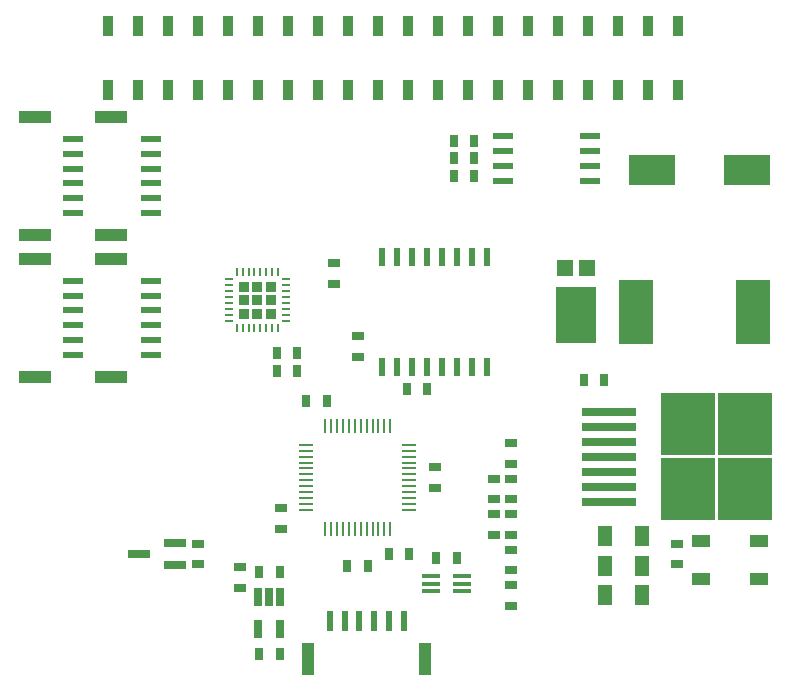
<source format=gbr>
G04 #@! TF.GenerationSoftware,KiCad,Pcbnew,5.0.0-rc2-dev-unknown-41ac458~64~ubuntu17.10.1*
G04 #@! TF.CreationDate,2018-04-19T23:44:08+03:00*
G04 #@! TF.ProjectId,obc-drone-hat,6F62632D64726F6E652D6861742E6B69,rev?*
G04 #@! TF.SameCoordinates,Original*
G04 #@! TF.FileFunction,Paste,Top*
G04 #@! TF.FilePolarity,Positive*
%FSLAX46Y46*%
G04 Gerber Fmt 4.6, Leading zero omitted, Abs format (unit mm)*
G04 Created by KiCad (PCBNEW 5.0.0-rc2-dev-unknown-41ac458~64~ubuntu17.10.1) date Thu Apr 19 23:44:08 2018*
%MOMM*%
%LPD*%
G01*
G04 APERTURE LIST*
%ADD10R,4.550000X5.250000*%
%ADD11R,4.600000X0.800000*%
%ADD12R,1.000000X0.670000*%
%ADD13R,0.670000X1.000000*%
%ADD14R,1.245000X1.800000*%
%ADD15R,4.000000X2.500000*%
%ADD16R,0.650000X1.560000*%
%ADD17R,1.750000X0.550000*%
%ADD18R,0.250000X1.300000*%
%ADD19R,1.300000X0.250000*%
%ADD20R,1.500000X0.400000*%
%ADD21R,1.500000X1.000000*%
%ADD22R,2.900000X5.400000*%
%ADD23R,1.000000X2.700000*%
%ADD24R,0.600000X1.700000*%
%ADD25R,2.800000X1.000000*%
%ADD26R,1.700000X0.600000*%
%ADD27R,1.900000X0.800000*%
%ADD28R,2.700000X1.000000*%
%ADD29R,0.920000X0.920000*%
%ADD30R,0.250000X0.700000*%
%ADD31R,0.700000X0.250000*%
%ADD32R,0.600000X1.500000*%
%ADD33R,3.360000X4.860000*%
%ADD34R,1.390000X1.400000*%
%ADD35R,0.889000X1.680000*%
G04 APERTURE END LIST*
D10*
X187450000Y-124025000D03*
X192300000Y-118475000D03*
X187450000Y-118475000D03*
X192300000Y-124025000D03*
D11*
X180725000Y-125060000D03*
X180725000Y-123790000D03*
X180725000Y-122520000D03*
X180725000Y-121250000D03*
X180725000Y-119980000D03*
X180725000Y-118710000D03*
X180725000Y-117440000D03*
D12*
X171000000Y-126125000D03*
X171000000Y-127875000D03*
X171000000Y-124875000D03*
X171000000Y-123125000D03*
D13*
X156875000Y-116500000D03*
X155125000Y-116500000D03*
D12*
X166000000Y-123875000D03*
X166000000Y-122125000D03*
X153000000Y-125625000D03*
X153000000Y-127375000D03*
D13*
X162125000Y-129500000D03*
X163875000Y-129500000D03*
D12*
X186500000Y-128625000D03*
X186500000Y-130375000D03*
D13*
X151125000Y-138000000D03*
X152875000Y-138000000D03*
X151125000Y-131000000D03*
X152875000Y-131000000D03*
X154375000Y-114000000D03*
X152625000Y-114000000D03*
X154375000Y-112500000D03*
X152625000Y-112500000D03*
D12*
X159500000Y-111025000D03*
X159500000Y-112775000D03*
D13*
X180375000Y-114750000D03*
X178625000Y-114750000D03*
D14*
X183592500Y-133000000D03*
X180407500Y-133000000D03*
X183592500Y-130500000D03*
X180407500Y-130500000D03*
X183592500Y-128000000D03*
X180407500Y-128000000D03*
D15*
X184420000Y-97000000D03*
X192420000Y-97000000D03*
D16*
X152950000Y-135850000D03*
X151050000Y-135850000D03*
X151050000Y-133150000D03*
X152000000Y-133150000D03*
X152950000Y-133150000D03*
D17*
X171800000Y-97905000D03*
X171800000Y-96635000D03*
X171800000Y-95365000D03*
X171800000Y-94095000D03*
X179200000Y-94095000D03*
X179200000Y-95365000D03*
X179200000Y-96635000D03*
X179200000Y-97905000D03*
D18*
X162250000Y-127350000D03*
X161750000Y-127350000D03*
X161250000Y-127350000D03*
X160750000Y-127350000D03*
X160250000Y-127350000D03*
X159750000Y-127350000D03*
X159250000Y-127350000D03*
X158750000Y-127350000D03*
X158250000Y-127350000D03*
X157750000Y-127350000D03*
X157250000Y-127350000D03*
X156750000Y-127350000D03*
D19*
X155150000Y-125750000D03*
X155150000Y-125250000D03*
X155150000Y-124750000D03*
X155150000Y-124250000D03*
X155150000Y-123750000D03*
X155150000Y-123250000D03*
X155150000Y-122750000D03*
X155150000Y-122250000D03*
X155150000Y-121750000D03*
X155150000Y-121250000D03*
X155150000Y-120750000D03*
X155150000Y-120250000D03*
D18*
X156750000Y-118650000D03*
X157250000Y-118650000D03*
X157750000Y-118650000D03*
X158250000Y-118650000D03*
X158750000Y-118650000D03*
X159250000Y-118650000D03*
X159750000Y-118650000D03*
X160250000Y-118650000D03*
X160750000Y-118650000D03*
X161250000Y-118650000D03*
X161750000Y-118650000D03*
X162250000Y-118650000D03*
D19*
X163850000Y-120250000D03*
X163850000Y-120750000D03*
X163850000Y-121250000D03*
X163850000Y-121750000D03*
X163850000Y-122250000D03*
X163850000Y-122750000D03*
X163850000Y-123250000D03*
X163850000Y-123750000D03*
X163850000Y-124250000D03*
X163850000Y-124750000D03*
X163850000Y-125250000D03*
X163850000Y-125750000D03*
D20*
X168330000Y-131350000D03*
X168330000Y-132000000D03*
X168330000Y-132650000D03*
X165670000Y-132650000D03*
X165670000Y-132000000D03*
X165670000Y-131350000D03*
D21*
X193450000Y-131600000D03*
X193450000Y-128400000D03*
X188550000Y-131600000D03*
X188550000Y-128400000D03*
D22*
X192950000Y-109000000D03*
X183050000Y-109000000D03*
D13*
X169375000Y-97500000D03*
X167625000Y-97500000D03*
X169375000Y-96000000D03*
X167625000Y-96000000D03*
X169375000Y-94500000D03*
X167625000Y-94500000D03*
D12*
X172500000Y-132125000D03*
X172500000Y-133875000D03*
D13*
X158625000Y-130500000D03*
X160375000Y-130500000D03*
D12*
X172500000Y-129125000D03*
X172500000Y-130875000D03*
X172500000Y-121875000D03*
X172500000Y-120125000D03*
X172500000Y-126125000D03*
X172500000Y-127875000D03*
X172500000Y-124875000D03*
X172500000Y-123125000D03*
X149500000Y-130625000D03*
X149500000Y-132375000D03*
X146000000Y-130375000D03*
X146000000Y-128625000D03*
D13*
X166125000Y-129800000D03*
X167875000Y-129800000D03*
X163625000Y-115500000D03*
X165375000Y-115500000D03*
D12*
X157500000Y-104875000D03*
X157500000Y-106625000D03*
D23*
X165225000Y-138350000D03*
X155275000Y-138350000D03*
D24*
X163375000Y-135150000D03*
X162125000Y-135150000D03*
X160875000Y-135150000D03*
X159625000Y-135150000D03*
X158375000Y-135150000D03*
X157125000Y-135150000D03*
D25*
X138600000Y-104525000D03*
X138600000Y-114475000D03*
D26*
X141950000Y-106375000D03*
X141950000Y-107625000D03*
X141950000Y-108875000D03*
X141950000Y-110125000D03*
X141950000Y-111375000D03*
X141950000Y-112625000D03*
D25*
X138600000Y-92525000D03*
X138600000Y-102475000D03*
D26*
X141950000Y-94375000D03*
X141950000Y-95625000D03*
X141950000Y-96875000D03*
X141950000Y-98125000D03*
X141950000Y-99375000D03*
X141950000Y-100625000D03*
D27*
X141000000Y-129500000D03*
X144000000Y-128550000D03*
X144000000Y-130450000D03*
D28*
X132150000Y-102475000D03*
X132150000Y-92525000D03*
D26*
X135350000Y-100625000D03*
X135350000Y-99375000D03*
X135350000Y-98125000D03*
X135350000Y-96875000D03*
X135350000Y-95625000D03*
X135350000Y-94375000D03*
D28*
X132150000Y-114475000D03*
X132150000Y-104525000D03*
D26*
X135350000Y-112625000D03*
X135350000Y-111375000D03*
X135350000Y-110125000D03*
X135350000Y-108875000D03*
X135350000Y-107625000D03*
X135350000Y-106375000D03*
D29*
X149850000Y-109150000D03*
X151000000Y-109150000D03*
X152150000Y-109150000D03*
X149850000Y-108000000D03*
X151000000Y-108000000D03*
X152150000Y-108000000D03*
X152150000Y-106850000D03*
X151000000Y-106850000D03*
X149850000Y-106850000D03*
D30*
X152750000Y-110400000D03*
X152250000Y-110400000D03*
X151750000Y-110400000D03*
X151250000Y-110400000D03*
X150750000Y-110400000D03*
X150250000Y-110400000D03*
X149750000Y-110400000D03*
X149250000Y-110400000D03*
D31*
X148600000Y-109750000D03*
X148600000Y-109250000D03*
X148600000Y-108750000D03*
X148600000Y-108250000D03*
X148600000Y-107750000D03*
X148600000Y-107250000D03*
X148600000Y-106750000D03*
X148600000Y-106250000D03*
D30*
X149250000Y-105600000D03*
X149750000Y-105600000D03*
X150250000Y-105600000D03*
X150750000Y-105600000D03*
X151250000Y-105600000D03*
X151750000Y-105600000D03*
X152250000Y-105600000D03*
X152750000Y-105600000D03*
D31*
X153400000Y-106250000D03*
X153400000Y-106750000D03*
X153400000Y-107250000D03*
X153400000Y-107750000D03*
X153400000Y-108250000D03*
X153400000Y-108750000D03*
X153400000Y-109250000D03*
X153400000Y-109750000D03*
D32*
X161555000Y-104350000D03*
X162825000Y-104350000D03*
X164095000Y-104350000D03*
X165365000Y-104350000D03*
X166635000Y-104350000D03*
X167905000Y-104350000D03*
X169175000Y-104350000D03*
X170445000Y-104350000D03*
X170445000Y-113650000D03*
X169175000Y-113650000D03*
X167905000Y-113650000D03*
X166635000Y-113650000D03*
X165365000Y-113650000D03*
X164095000Y-113650000D03*
X162825000Y-113650000D03*
X161555000Y-113650000D03*
D33*
X178000000Y-109232000D03*
D34*
X177080000Y-105250000D03*
X178920000Y-105250000D03*
D35*
X186630000Y-84780000D03*
X186630000Y-90220000D03*
X184090000Y-84780000D03*
X184090000Y-90220000D03*
X181550000Y-84780000D03*
X181550000Y-90220000D03*
X179010000Y-84780000D03*
X179010000Y-90220000D03*
X176470000Y-84780000D03*
X176470000Y-90220000D03*
X173930000Y-84780000D03*
X173930000Y-90220000D03*
X171390000Y-84780000D03*
X171390000Y-90220000D03*
X168850000Y-84780000D03*
X168850000Y-90220000D03*
X166310000Y-84780000D03*
X166310000Y-90220000D03*
X163770000Y-84780000D03*
X163770000Y-90220000D03*
X161230000Y-84780000D03*
X161230000Y-90220000D03*
X158690000Y-84780000D03*
X158690000Y-90220000D03*
X156150000Y-84780000D03*
X156150000Y-90220000D03*
X153610000Y-84780000D03*
X153610000Y-90220000D03*
X151070000Y-84780000D03*
X151070000Y-90220000D03*
X148530000Y-84780000D03*
X148530000Y-90220000D03*
X145990000Y-84780000D03*
X145990000Y-90220000D03*
X143450000Y-84780000D03*
X143450000Y-90220000D03*
X140910000Y-84780000D03*
X140910000Y-90220000D03*
X138370000Y-84780000D03*
X138370000Y-90220000D03*
M02*

</source>
